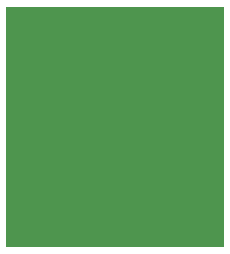
<source format=gbr>
G04 DipTrace 2.4.0.2*
%INBoard.gbr*%
%MOIN*%
%ADD11C,0.006*%
%FSLAX44Y44*%
G04*
G70*
G90*
G75*
G01*
%LNBoardPoly*%
%LPD*%
G36*
X3940Y11940D2*
D11*
Y4440D1*
Y3940D1*
X11190D1*
Y11940D1*
X3940D1*
G37*
M02*

</source>
